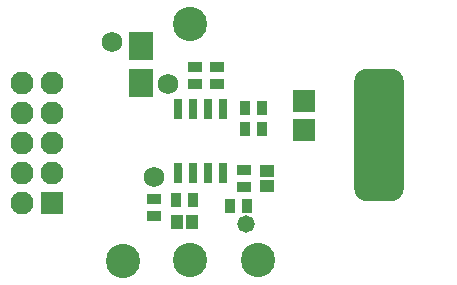
<source format=gts>
G04 Layer_Color=8388736*
%FSLAX25Y25*%
%MOIN*%
G70*
G01*
G75*
%ADD27R,0.03162X0.06902*%
%ADD28R,0.04737X0.03753*%
%ADD29R,0.03950X0.04540*%
%ADD30R,0.03753X0.04737*%
%ADD31R,0.08083X0.09265*%
%ADD32R,0.07296X0.07296*%
%ADD33R,0.04540X0.03950*%
%ADD34C,0.06800*%
G04:AMPARAMS|DCode=35|XSize=441.07mil|YSize=165.48mil|CornerRadius=43.37mil|HoleSize=0mil|Usage=FLASHONLY|Rotation=90.000|XOffset=0mil|YOffset=0mil|HoleType=Round|Shape=RoundedRectangle|*
%AMROUNDEDRECTD35*
21,1,0.44107,0.07874,0,0,90.0*
21,1,0.35433,0.16548,0,0,90.0*
1,1,0.08674,0.03937,0.17717*
1,1,0.08674,0.03937,-0.17717*
1,1,0.08674,-0.03937,-0.17717*
1,1,0.08674,-0.03937,0.17717*
%
%ADD35ROUNDEDRECTD35*%
%ADD36C,0.11430*%
%ADD37R,0.07690X0.07690*%
%ADD38C,0.07690*%
%ADD39C,0.05800*%
D27*
X210000Y201228D02*
D03*
X205000D02*
D03*
X200000D02*
D03*
X195000D02*
D03*
X210000Y179772D02*
D03*
X205000D02*
D03*
X200000D02*
D03*
X195000D02*
D03*
D28*
X187000Y171354D02*
D03*
Y165646D02*
D03*
X217000Y175146D02*
D03*
Y180854D02*
D03*
X200500Y209646D02*
D03*
Y215354D02*
D03*
X208000D02*
D03*
Y209646D02*
D03*
D29*
X199559Y163500D02*
D03*
X194441D02*
D03*
D30*
X217854Y169000D02*
D03*
X212146D02*
D03*
X194146Y171000D02*
D03*
X199854D02*
D03*
X217146Y194500D02*
D03*
X222854D02*
D03*
Y201500D02*
D03*
X217146D02*
D03*
D31*
X182500Y222299D02*
D03*
Y209701D02*
D03*
D32*
X237000Y203724D02*
D03*
Y194276D02*
D03*
D33*
X224500Y175441D02*
D03*
Y180559D02*
D03*
D34*
X187000Y178500D02*
D03*
X191500Y209500D02*
D03*
X173000Y223500D02*
D03*
D35*
X262000Y192500D02*
D03*
D36*
X199000Y229500D02*
D03*
X221500Y151000D02*
D03*
X199000D02*
D03*
X176500Y150500D02*
D03*
D37*
X153000Y170000D02*
D03*
D38*
Y180000D02*
D03*
Y190000D02*
D03*
Y200000D02*
D03*
Y210000D02*
D03*
X143000Y170000D02*
D03*
Y180000D02*
D03*
Y190000D02*
D03*
Y200000D02*
D03*
Y210000D02*
D03*
D39*
X217500Y163000D02*
D03*
M02*

</source>
